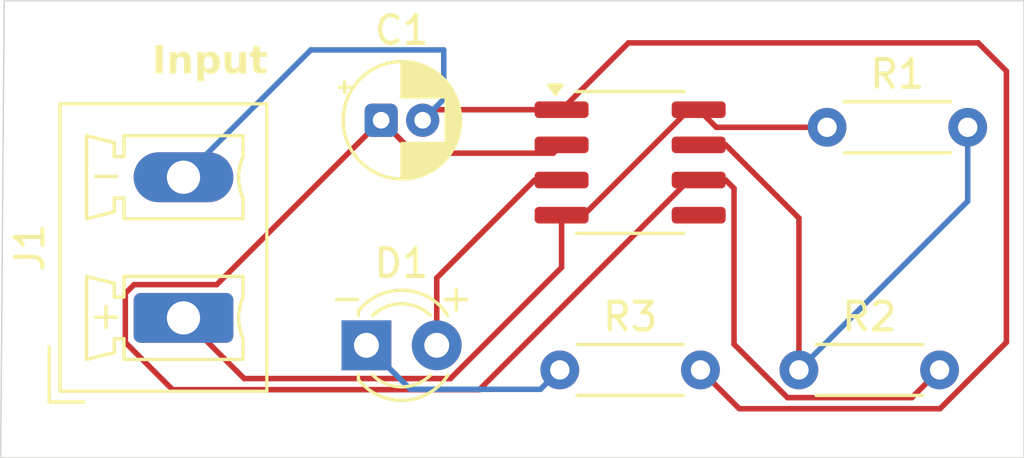
<source format=kicad_pcb>
(kicad_pcb (version 20241229) (generator "pcbnew") (generator_version "9.0")
  (layers (0 "F.Cu" signal) (2 "B.Cu" signal) (13 "F.Paste" user) (15 "B.Paste" user) (5 "F.SilkS" user "F.Silkscreen") (7 "B.SilkS" user "B.Silkscreen") (1 "F.Mask" user) (3 "B.Mask" user) (25 "Edge.Cuts" user))
  (net 0 "")
  (net 1 "Net-(J1-Pin_2)")
  (net 2 "Net-(U1-THR)")
  (net 3 "Net-(D1-K)")
  (net 4 "Net-(D1-A)")
  (net 5 "Net-(J1-Pin_1)")
  (net 6 "Net-(U1-DIS)")
  (footprint "Resistor_THT:R_Axial_DIN0204_L3.6mm_D1.6mm_P5.08mm_Horizontal" (layer "F.Cu") (at 181.229 64.135)
    (property "Reference" "R2" (at 2.54 -1.92 0) (layer "F.SilkS"))
    (property "Value" "R")
    (fp_line (start 0.62 -0.92) (end 4.46 -0.92) (stroke (width 0.12)) (layer "F.SilkS"))
    (fp_line (start 0.62 0.92) (end 4.46 0.92) (stroke (width 0.12)) (layer "F.SilkS"))
    (pad "1" thru_hole circle (at 0 0) (size 1.4 1.4) (drill 0.7) (layers "*.Cu" "*.Mask") (net 6 "Net-(U1-DIS)"))
    (pad "2" thru_hole circle (at 5.08 0) (size 1.4 1.4) (drill 0.7) (layers "*.Cu" "*.Mask") (net 2 "Net-(U1-THR)"))
  )
  (footprint "Capacitor_THT:CP_Radial_D4.0mm_P1.50mm" (layer "F.Cu") (at 166.14 55.118)
    (property "Reference" "C1" (at 0.75 -3.25 -0) (layer "F.SilkS"))
    (property "Value" "C")
    (fp_line (start -1.519801 -1.195) (end -1.119801 -1.195) (stroke (width 0.12)) (layer "F.SilkS"))
    (fp_line (start -1.319801 -1.395) (end -1.319801 -0.995) (stroke (width 0.12)) (layer "F.SilkS"))
    (fp_line (start 0.75 -2.08) (end 0.75 -0.84) (stroke (width 0.12)) (layer "F.SilkS"))
    (fp_line (start 0.75 0.84) (end 0.75 2.08) (stroke (width 0.12)) (layer "F.SilkS"))
    (fp_line (start 0.79 -2.08) (end 0.79 -0.84) (stroke (width 0.12)) (layer "F.SilkS"))
    (fp_line (start 0.79 0.84) (end 0.79 2.08) (stroke (width 0.12)) (layer "F.SilkS"))
    (fp_line (start 0.83 -2.078) (end 0.83 -0.84) (stroke (width 0.12)) (layer "F.SilkS"))
    (fp_line (start 0.83 0.84) (end 0.83 2.078) (stroke (width 0.12)) (layer "F.SilkS"))
    (fp_line (start 0.87 -2.077) (end 0.87 -0.84) (stroke (width 0.12)) (layer "F.SilkS"))
    (fp_line (start 0.87 0.84) (end 0.87 2.077) (stroke (width 0.12)) (layer "F.SilkS"))
    (fp_line (start 0.91 -2.074) (end 0.91 -0.84) (stroke (width 0.12)) (layer "F.SilkS"))
    (fp_line (start 0.91 0.84) (end 0.91 2.074) (stroke (width 0.12)) (layer "F.SilkS"))
    (fp_line (start 0.95 -2.071) (end 0.95 -0.84) (stroke (width 0.12)) (layer "F.SilkS"))
    (fp_line (start 0.95 0.84) (end 0.95 2.071) (stroke (width 0.12)) (layer "F.SilkS"))
    (fp_line (start 0.99 -2.066) (end 0.99 -0.84) (stroke (width 0.12)) (layer "F.SilkS"))
    (fp_line (start 0.99 0.84) (end 0.99 2.066) (stroke (width 0.12)) (layer "F.SilkS"))
    (fp_line (start 1.03 -2.061) (end 1.03 -0.84) (stroke (width 0.12)) (layer "F.SilkS"))
    (fp_line (start 1.03 0.84) (end 1.03 2.061) (stroke (width 0.12)) (layer "F.SilkS"))
    (fp_line (start 1.07 -2.056) (end 1.07 -0.84) (stroke (width 0.12)) (layer "F.SilkS"))
    (fp_line (start 1.07 0.84) (end 1.07 2.056) (stroke (width 0.12)) (layer "F.SilkS"))
    (fp_line (start 1.11 -2.049) (end 1.11 -0.84) (stroke (width 0.12)) (layer "F.SilkS"))
    (fp_line (start 1.11 0.84) (end 1.11 2.049) (stroke (width 0.12)) (layer "F.SilkS"))
    (fp_line (start 1.15 -2.042) (end 1.15 -0.84) (stroke (width 0.12)) (layer "F.SilkS"))
    (fp_line (start 1.15 0.84) (end 1.15 2.042) (stroke (width 0.12)) (layer "F.SilkS"))
    (fp_line (start 1.19 -2.034) (end 1.19 -0.84) (stroke (width 0.12)) (layer "F.SilkS"))
    (fp_line (start 1.19 0.84) (end 1.19 2.034) (stroke (width 0.12)) (layer "F.SilkS"))
    (fp_line (start 1.23 -2.025) (end 1.23 -0.84) (stroke (width 0.12)) (layer "F.SilkS"))
    (fp_line (start 1.23 0.84) (end 1.23 2.025) (stroke (width 0.12)) (layer "F.SilkS"))
    (fp_line (start 1.27 -2.015) (end 1.27 -0.84) (stroke (width 0.12)) (layer "F.SilkS"))
    (fp_line (start 1.27 0.84) (end 1.27 2.015) (stroke (width 0.12)) (layer "F.SilkS"))
    (fp_line (start 1.31 -2.005) (end 1.31 -0.84) (stroke (width 0.12)) (layer "F.SilkS"))
    (fp_line (start 1.31 0.84) (end 1.31 2.005) (stroke (width 0.12)) (layer "F.SilkS"))
    (fp_line (start 1.35 -1.993) (end 1.35 -0.84) (stroke (width 0.12)) (layer "F.SilkS"))
    (fp_line (start 1.35 0.84) (end 1.35 1.993) (stroke (width 0.12)) (layer "F.SilkS"))
    (fp_line (start 1.39 -1.981) (end 1.39 -0.84) (stroke (width 0.12)) (layer "F.SilkS"))
    (fp_line (start 1.39 0.84) (end 1.39 1.981) (stroke (width 0.12)) (layer "F.SilkS"))
    (fp_line (start 1.43 -1.968) (end 1.43 -0.84) (stroke (width 0.12)) (layer "F.SilkS"))
    (fp_line (start 1.43 0.84) (end 1.43 1.968) (stroke (width 0.12)) (layer "F.SilkS"))
    (fp_line (start 1.47 -1.954) (end 1.47 -0.84) (stroke (width 0.12)) (layer "F.SilkS"))
    (fp_line (start 1.47 0.84) (end 1.47 1.954) (stroke (width 0.12)) (layer "F.SilkS"))
    (fp_line (start 1.51 -1.939) (end 1.51 -0.84) (stroke (width 0.12)) (layer "F.SilkS"))
    (fp_line (start 1.51 0.84) (end 1.51 1.939) (stroke (width 0.12)) (layer "F.SilkS"))
    (fp_line (start 1.55 -1.923) (end 1.55 -0.84) (stroke (width 0.12)) (layer "F.SilkS"))
    (fp_line (start 1.55 0.84) (end 1.55 1.923) (stroke (width 0.12)) (layer "F.SilkS"))
    (fp_line (start 1.59 -1.906) (end 1.59 -0.84) (stroke (width 0.12)) (layer "F.SilkS"))
    (fp_line (start 1.59 0.84) (end 1.59 1.906) (stroke (width 0.12)) (layer "F.SilkS"))
    (fp_line (start 1.63 -1.889) (end 1.63 -0.84) (stroke (width 0.12)) (layer "F.SilkS"))
    (fp_line (start 1.63 0.84) (end 1.63 1.889) (stroke (width 0.12)) (layer "F.SilkS"))
    (fp_line (start 1.67 -1.87) (end 1.67 -0.84) (stroke (width 0.12)) (layer "F.SilkS"))
    (fp_line (start 1.67 0.84) (end 1.67 1.87) (stroke (width 0.12)) (layer "F.SilkS"))
    (fp_line (start 1.71 -1.85) (end 1.71 -0.84) (stroke (width 0.12)) (layer "F.SilkS"))
    (fp_line (start 1.71 0.84) (end 1.71 1.85) (stroke (width 0.12)) (layer "F.SilkS"))
    (fp_line (start 1.75 -1.829) (end 1.75 -0.84) (stroke (width 0.12)) (layer "F.SilkS"))
    (fp_line (start 1.75 0.84) (end 1.75 1.829) (stroke (width 0.12)) (layer "F.SilkS"))
    (fp_line (start 1.79 -1.807) (end 1.79 -0.84) (stroke (width 0.12)) (layer "F.SilkS"))
    (fp_line (start 1.79 0.84) (end 1.79 1.807) (stroke (width 0.12)) (layer "F.SilkS"))
    (fp_line (start 1.83 -1.784) (end 1.83 -0.84) (stroke (width 0.12)) (layer "F.SilkS"))
    (fp_line (start 1.83 0.84) (end 1.83 1.784) (stroke (width 0.12)) (layer "F.SilkS"))
    (fp_line (start 1.87 -1.76) (end 1.87 -0.84) (stroke (width 0.12)) (layer "F.SilkS"))
    (fp_line (start 1.87 0.84) (end 1.87 1.76) (stroke (width 0.12)) (layer "F.SilkS"))
    (fp_line (start 1.91 -1.734) (end 1.91 -0.84) (stroke (width 0.12)) (layer "F.SilkS"))
    (fp_line (start 1.91 0.84) (end 1.91 1.734) (stroke (width 0.12)) (layer "F.SilkS"))
    (fp_line (start 1.95 -1.708) (end 1.95 -0.84) (stroke (width 0.12)) (layer "F.SilkS"))
    (fp_line (start 1.95 0.84) (end 1.95 1.708) (stroke (width 0.12)) (layer "F.SilkS"))
    (fp_line (start 1.99 -1.68) (end 1.99 -0.84) (stroke (width 0.12)) (layer "F.SilkS"))
    (fp_line (start 1.99 0.84) (end 1.99 1.68) (stroke (width 0.12)) (layer "F.SilkS"))
    (fp_line (start 2.03 -1.65) (end 2.03 -0.84) (stroke (width 0.12)) (layer "F.SilkS"))
    (fp_line (start 2.03 0.84) (end 2.03 1.65) (stroke (width 0.12)) (layer "F.SilkS"))
    (fp_line (start 2.07 -1.619) (end 2.07 -0.84) (stroke (width 0.12)) (layer "F.SilkS"))
    (fp_line (start 2.07 0.84) (end 2.07 1.619) (stroke (width 0.12)) (layer "F.SilkS"))
    (fp_line (start 2.11 -1.586) (end 2.11 -0.84) (stroke (width 0.12)) (layer "F.SilkS"))
    (fp_line (start 2.11 0.84) (end 2.11 1.586) (stroke (width 0.12)) (layer "F.SilkS"))
    (fp_line (start 2.15 -1.552) (end 2.15 -0.84) (stroke (width 0.12)) (layer "F.SilkS"))
    (fp_line (start 2.15 0.84) (end 2.15 1.552) (stroke (width 0.12)) (layer "F.SilkS"))
    (fp_line (start 2.19 -1.516) (end 2.19 -0.84) (stroke (width 0.12)) (layer "F.SilkS"))
    (fp_line (start 2.19 0.84) (end 2.19 1.516) (stroke (width 0.12)) (layer "F.SilkS"))
    (fp_line (start 2.23 -1.478) (end 2.23 -0.84) (stroke (width 0.12)) (layer "F.SilkS"))
    (fp_line (start 2.23 0.84) (end 2.23 1.478) (stroke (width 0.12)) (layer "F.SilkS"))
    (fp_line (start 2.27 -1.438) (end 2.27 -0.84) (stroke (width 0.12)) (layer "F.SilkS"))
    (fp_line (start 2.27 0.84) (end 2.27 1.438) (stroke (width 0.12)) (layer "F.SilkS"))
    (fp_line (start 2.31 -1.396) (end 2.31 -0.84) (stroke (width 0.12)) (layer "F.SilkS"))
    (fp_line (start 2.31 0.84) (end 2.31 1.396) (stroke (width 0.12)) (layer "F.SilkS"))
    (fp_line (start 2.35 -1.351) (end 2.35 1.351) (stroke (width 0.12)) (layer "F.SilkS"))
    (fp_line (start 2.39 -1.303) (end 2.39 1.303) (stroke (width 0.12)) (layer "F.SilkS"))
    (fp_line (start 2.43 -1.253) (end 2.43 1.253) (stroke (width 0.12)) (layer "F.SilkS"))
    (fp_line (start 2.47 -1.199) (end 2.47 1.199) (stroke (width 0.12)) (layer "F.SilkS"))
    (fp_line (start 2.51 -1.142) (end 2.51 1.142) (stroke (width 0.12)) (layer "F.SilkS"))
    (fp_line (start 2.55 -1.08) (end 2.55 1.08) (stroke (width 0.12)) (layer "F.SilkS"))
    (fp_line (start 2.59 -1.013) (end 2.59 1.013) (stroke (width 0.12)) (layer "F.SilkS"))
    (fp_line (start 2.63 -0.94) (end 2.63 0.94) (stroke (width 0.12)) (layer "F.SilkS"))
    (fp_line (start 2.67 -0.859) (end 2.67 0.859) (stroke (width 0.12)) (layer "F.SilkS"))
    (fp_line (start 2.71 -0.768) (end 2.71 0.768) (stroke (width 0.12)) (layer "F.SilkS"))
    (fp_line (start 2.75 -0.663) (end 2.75 0.663) (stroke (width 0.12)) (layer "F.SilkS"))
    (fp_line (start 2.79 -0.537) (end 2.79 0.537) (stroke (width 0.12)) (layer "F.SilkS"))
    (fp_line (start 2.83 -0.37) (end 2.83 0.37) (stroke (width 0.12)) (layer "F.SilkS"))
    (fp_circle (center 0.75 0) (end 2.87 0) (stroke (width 0.12)) (fill no) (layer "F.SilkS"))
    (pad "1" thru_hole roundrect (at 0 0) (size 1.2 1.2) (drill 0.6) (layers "*.Cu" "*.Mask") (roundrect_rratio 0.208333) (net 2 "Net-(U1-THR)"))
    (pad "2" thru_hole circle (at 1.5 0) (size 1.2 1.2) (drill 0.6) (layers "*.Cu" "*.Mask") (net 1 "Net-(J1-Pin_2)"))
  )
  (footprint "Package_SO:SOIC-8_3.9x4.9mm_P1.27mm" (layer "F.Cu") (at 175.133 56.642)
    (property "Reference" "U1" (hide yes))
    (property "Value" "LM555xM")
    (fp_line (start 0 -2.56) (end -1.95 -2.56) (stroke (width 0.12)) (layer "F.SilkS"))
    (fp_line (start 0 -2.56) (end 1.95 -2.56) (stroke (width 0.12)) (layer "F.SilkS"))
    (fp_line (start 0 2.56) (end -1.95 2.56) (stroke (width 0.12)) (layer "F.SilkS"))
    (fp_line (start 0 2.56) (end 1.95 2.56) (stroke (width 0.12)) (layer "F.SilkS"))
    (fp_poly (pts (xy -2.7 -2.465) (xy -2.94 -2.795) (xy -2.46 -2.795)) (stroke (width 0.12)) (fill yes) (layer "F.SilkS"))
    (pad "1" smd roundrect (at -2.475 -1.905) (size 1.95 0.6) (layers "F.Cu" "F.Mask" "F.Paste") (net 1 "Net-(J1-Pin_2)"))
    (pad "2" smd roundrect (at -2.475 -0.635) (size 1.95 0.6) (layers "F.Cu" "F.Mask" "F.Paste") (net 2 "Net-(U1-THR)"))
    (pad "3" smd roundrect (at -2.475 0.635) (size 1.95 0.6) (layers "F.Cu" "F.Mask" "F.Paste") (net 4 "Net-(D1-A)"))
    (pad "4" smd roundrect (at -2.475 1.905) (size 1.95 0.6) (layers "F.Cu" "F.Mask" "F.Paste") (net 5 "Net-(J1-Pin_1)"))
    (pad "5" smd roundrect (at 2.475 1.905) (size 1.95 0.6) (layers "F.Cu" "F.Mask" "F.Paste"))
    (pad "6" smd roundrect (at 2.475 0.635) (size 1.95 0.6) (layers "F.Cu" "F.Mask" "F.Paste") (net 2 "Net-(U1-THR)"))
    (pad "7" smd roundrect (at 2.475 -0.635) (size 1.95 0.6) (layers "F.Cu" "F.Mask" "F.Paste") (net 6 "Net-(U1-DIS)"))
    (pad "8" smd roundrect (at 2.475 -1.905) (size 1.95 0.6) (layers "F.Cu" "F.Mask" "F.Paste") (net 5 "Net-(J1-Pin_1)"))
  )
  (footprint "Resistor_THT:R_Axial_DIN0204_L3.6mm_D1.6mm_P5.08mm_Horizontal" (layer "F.Cu") (at 182.245 55.372)
    (property "Reference" "R1" (at 2.54 -1.92 0) (layer "F.SilkS"))
    (property "Value" "R")
    (fp_line (start 0.62 -0.92) (end 4.46 -0.92) (stroke (width 0.12)) (layer "F.SilkS"))
    (fp_line (start 0.62 0.92) (end 4.46 0.92) (stroke (width 0.12)) (layer "F.SilkS"))
    (pad "1" thru_hole circle (at 0 0) (size 1.4 1.4) (drill 0.7) (layers "*.Cu" "*.Mask") (net 5 "Net-(J1-Pin_1)"))
    (pad "2" thru_hole circle (at 5.08 0) (size 1.4 1.4) (drill 0.7) (layers "*.Cu" "*.Mask") (net 6 "Net-(U1-DIS)"))
  )
  (footprint "LED_THT:LED_D3.0mm" (layer "F.Cu") (at 165.608 63.246)
    (property "Reference" "D1" (at 1.27 -2.96 0) (layer "F.SilkS"))
    (property "Value" "LED")
    (fp_line (start -0.29 -1.236) (end -0.29 -1.08) (stroke (width 0.12)) (layer "F.SilkS"))
    (fp_line (start -0.29 1.08) (end -0.29 1.236) (stroke (width 0.12)) (layer "F.SilkS"))
    (fp_arc (start -0.29 -1.235516) (mid 1.36566 -1.987699) (end 2.941437 -1.08) (stroke (width 0.12)) (layer "F.SilkS"))
    (fp_arc (start 0.229039 -1.08) (mid 1.27 -1.5) (end 2.310961 -1.08) (stroke (width 0.12)) (layer "F.SilkS"))
    (fp_arc (start 2.310961 1.08) (mid 1.27 1.5) (end 0.229039 1.08) (stroke (width 0.12)) (layer "F.SilkS"))
    (fp_arc (start 2.941437 1.08) (mid 1.36566 1.987699) (end -0.29 1.235516) (stroke (width 0.12)) (layer "F.SilkS"))
    (pad "1" thru_hole rect (at 0 0) (size 1.8 1.8) (drill 0.9) (layers "*.Cu" "*.Mask") (net 3 "Net-(D1-K)"))
    (pad "2" thru_hole circle (at 2.54 0) (size 1.8 1.8) (drill 0.9) (layers "*.Cu" "*.Mask") (net 4 "Net-(D1-A)"))
  )
  (footprint "Connector_Phoenix_MC_HighVoltage:PhoenixContact_MCV_1,5_2-G-5.08_1x02_P5.08mm_Vertical" (layer "F.Cu") (at 159.002 62.256 90)
    (property "Reference" "J1" (at 2.54 -5.55 90) (layer "F.SilkS"))
    (property "Value" "Screw_Terminal")
    (fp_line (start -3.04 -4.85) (end -1.04 -4.85) (stroke (width 0.12)) (layer "F.SilkS"))
    (fp_line (start 7.73 -4.46) (end -2.65 -4.46) (stroke (width 0.12)) (layer "F.SilkS"))
    (fp_line (start -2.65 -4.46) (end -2.65 3.01) (stroke (width 0.12)) (layer "F.SilkS"))
    (fp_line (start -3.04 -3.6) (end -3.04 -4.85) (stroke (width 0.12)) (layer "F.SilkS"))
    (fp_line (start 6.58 -3.5) (end 6.33 -2.5) (stroke (width 0.12)) (layer "F.SilkS"))
    (fp_line (start 3.58 -3.5) (end 6.58 -3.5) (stroke (width 0.12)) (layer "F.SilkS"))
    (fp_line (start 1.5 -3.5) (end 1.25 -2.5) (stroke (width 0.12)) (layer "F.SilkS"))
    (fp_line (start -1.5 -3.5) (end 1.5 -3.5) (stroke (width 0.12)) (layer "F.SilkS"))
    (fp_line (start 6.33 -2.5) (end 5.83 -2.5) (stroke (width 0.12)) (layer "F.SilkS"))
    (fp_line (start 5.83 -2.5) (end 5.83 -2.15) (stroke (width 0.12)) (layer "F.SilkS"))
    (fp_line (start 4.33 -2.5) (end 3.83 -2.5) (stroke (width 0.12)) (layer "F.SilkS"))
    (fp_line (start 3.83 -2.5) (end 3.58 -3.5) (stroke (width 0.12)) (layer "F.SilkS"))
    (fp_line (start 1.25 -2.5) (end 0.75 -2.5) (stroke (width 0.12)) (layer "F.SilkS"))
    (fp_line (start 0.75 -2.5) (end 0.75 -2.15) (stroke (width 0.12)) (layer "F.SilkS"))
    (fp_line (start -0.75 -2.5) (end -1.25 -2.5) (stroke (width 0.12)) (layer "F.SilkS"))
    (fp_line (start -1.25 -2.5) (end -1.5 -3.5) (stroke (width 0.12)) (layer "F.SilkS"))
    (fp_line (start 6.58 -2.15) (end 6.58 2.15) (stroke (width 0.12)) (layer "F.SilkS"))
    (fp_line (start 5.83 -2.15) (end 6.58 -2.15) (stroke (width 0.12)) (layer "F.SilkS"))
    (fp_line (start 4.33 -2.15) (end 4.33 -2.5) (stroke (width 0.12)) (layer "F.SilkS"))
    (fp_line (start 3.58 -2.15) (end 4.33 -2.15) (stroke (width 0.12)) (layer "F.SilkS"))
    (fp_line (start 1.5 -2.15) (end 1.5 2.15) (stroke (width 0.12)) (layer "F.SilkS"))
    (fp_line (start 0.75 -2.15) (end 1.5 -2.15) (stroke (width 0.12)) (layer "F.SilkS"))
    (fp_line (start -0.75 -2.15) (end -0.75 -2.5) (stroke (width 0.12)) (layer "F.SilkS"))
    (fp_line (start -1.5 -2.15) (end -0.75 -2.15) (stroke (width 0.12)) (layer "F.SilkS"))
    (fp_line (start 6.58 2.15) (end 5.83 2.15) (stroke (width 0.12)) (layer "F.SilkS"))
    (fp_line (start 4.33 2.15) (end 3.58 2.15) (stroke (width 0.12)) (layer "F.SilkS"))
    (fp_line (start 3.58 2.15) (end 3.58 -2.15) (stroke (width 0.12)) (layer "F.SilkS"))
    (fp_line (start 1.5 2.15) (end 0.75 2.15) (stroke (width 0.12)) (layer "F.SilkS"))
    (fp_line (start -0.75 2.15) (end -1.5 2.15) (stroke (width 0.12)) (layer "F.SilkS"))
    (fp_line (start -1.5 2.15) (end -1.5 -2.15) (stroke (width 0.12)) (layer "F.SilkS"))
    (fp_line (start 7.73 3.01) (end 7.73 -4.46) (stroke (width 0.12)) (layer "F.SilkS"))
    (fp_line (start -2.65 3.01) (end 7.73 3.01) (stroke (width 0.12)) (layer "F.SilkS"))
    (fp_arc (start 4.33 2.15) (mid 5.079807 1.99191) (end 5.829647 2.149844) (stroke (width 0.12)) (layer "F.SilkS"))
    (fp_arc (start -0.75 2.15) (mid -0.000193 1.99191) (end 0.749647 2.149844) (stroke (width 0.12)) (layer "F.SilkS"))
    (pad "1" thru_hole roundrect (at 0 0 90) (size 1.8 3.6) (drill 1.2) (layers "*.Cu" "*.Mask") (roundrect_rratio 0.138889) (net 5 "Net-(J1-Pin_1)"))
    (pad "2" thru_hole oval (at 5.08 0 90) (size 1.8 3.6) (drill 1.2) (layers "*.Cu" "*.Mask") (net 1 "Net-(J1-Pin_2)"))
  )
  (footprint "Resistor_THT:R_Axial_DIN0204_L3.6mm_D1.6mm_P5.08mm_Horizontal" (layer "F.Cu") (at 172.593 64.135)
    (property "Reference" "R3" (at 2.54 -1.92 0) (layer "F.SilkS"))
    (property "Value" "R")
    (fp_line (start 0.62 -0.92) (end 4.46 -0.92) (stroke (width 0.12)) (layer "F.SilkS"))
    (fp_line (start 0.62 0.92) (end 4.46 0.92) (stroke (width 0.12)) (layer "F.SilkS"))
    (pad "1" thru_hole circle (at 0 0) (size 1.4 1.4) (drill 0.7) (layers "*.Cu" "*.Mask") (net 3 "Net-(D1-K)"))
    (pad "2" thru_hole circle (at 5.08 0) (size 1.4 1.4) (drill 0.7) (layers "*.Cu" "*.Mask") (net 1 "Net-(J1-Pin_2)"))
  )
  (gr_line (start 152.527 50.8) (end 189.357 50.8) (stroke (width 0.05)) (layer "Edge.Cuts"))
  (gr_line (start 189.357 50.8) (end 189.357 67.31) (stroke (width 0.05)) (layer "Edge.Cuts"))
  (gr_line (start 189.357 67.31) (end 152.4 67.31) (stroke (width 0.05)) (layer "Edge.Cuts"))
  (gr_line (start 152.4 67.31) (end 152.527 50.8) (stroke (width 0.05)) (layer "Edge.Cuts"))
  (gr_text "-" (at 164.211 62.103 0) (layer "F.SilkS") (effects (font (size 1 1) (thickness 0.125)) (justify left bottom)))
  (gr_text "-" (at 155.502 57.658 0) (layer "F.SilkS") (effects (font (size 1 1) (thickness 0.125)) (justify left bottom)))
  (gr_text "+" (at 168.148 62.103 0) (layer "F.SilkS") (effects (font (size 1 1) (thickness 0.125)) (justify left bottom)))
  (gr_text "+" (at 155.502 62.738 0) (layer "F.SilkS") (effects (font (size 1 1) (thickness 0.125)) (justify left bottom)))
  (gr_text "Input" (at 157.861 53.594 0) (layer "F.SilkS") (effects (font (size 1 1) (thickness 0.125) (bold yes)) (justify left bottom)))
  (segment (start 177.673 64.135) (end 179.075 65.537) (width 0.2) (layer "F.Cu") (net 1))
  (segment (start 187.706 52.324) (end 175.071 52.324) (width 0.2) (layer "F.Cu") (net 1))
  (segment (start 188.722 63.137628) (end 188.722 53.34) (width 0.2) (layer "F.Cu") (net 1))
  (segment (start 167.9499 54.737) (end 167.60445 55.08245) (width 0.2) (layer "F.Cu") (net 1))
  (segment (start 186.322628 65.537) (end 188.722 63.137628) (width 0.2) (layer "F.Cu") (net 1))
  (segment (start 179.075 65.537) (end 186.322628 65.537) (width 0.2) (layer "F.Cu") (net 1))
  (segment (start 175.071 52.324) (end 172.658 54.737) (width 0.2) (layer "F.Cu") (net 1))
  (segment (start 172.658 54.737) (end 167.9499 54.737) (width 0.2) (layer "F.Cu") (net 1))
  (segment (start 188.722 53.34) (end 187.706 52.324) (width 0.2) (layer "F.Cu") (net 1))
  (segment (start 168.402 52.578) (end 168.402 54.356) (width 0.2) (layer "B.Cu") (net 1))
  (segment (start 163.6 52.578) (end 168.402 52.578) (width 0.2) (layer "B.Cu") (net 1))
  (segment (start 159.002 57.176) (end 163.6 52.578) (width 0.2) (layer "B.Cu") (net 1))
  (segment (start 168.402 54.356) (end 167.64 55.118) (width 0.2) (layer "B.Cu") (net 1))
  (segment (start 157.21684 61.055) (end 160.203 61.055) (width 0.2) (layer "F.Cu") (net 2))
  (segment (start 178.884 63.205628) (end 178.884 57.578001) (width 0.2) (layer "F.Cu") (net 2))
  (segment (start 160.203 61.055) (end 166.14 55.118) (width 0.2) (layer "F.Cu") (net 2))
  (segment (start 167.329 56.307) (end 172.358 56.307) (width 0.2) (layer "F.Cu") (net 2))
  (segment (start 185.308 65.136) (end 180.814372 65.136) (width 0.2) (layer "F.Cu") (net 2))
  (segment (start 177.608 57.277) (end 177.261032 57.277) (width 0.2) (layer "F.Cu") (net 2))
  (segment (start 172.358 56.307) (end 172.658 56.007) (width 0.2) (layer "F.Cu") (net 2))
  (segment (start 186.309 64.135) (end 185.308 65.136) (width 0.2) (layer "F.Cu") (net 2))
  (segment (start 169.690032 64.848) (end 158.60784 64.848) (width 0.2) (layer "F.Cu") (net 2))
  (segment (start 156.901 61.37084) (end 157.21684 61.055) (width 0.2) (layer "F.Cu") (net 2))
  (segment (start 177.261032 57.277) (end 169.690032 64.848) (width 0.2) (layer "F.Cu") (net 2))
  (segment (start 158.60784 64.848) (end 156.901 63.14116) (width 0.2) (layer "F.Cu") (net 2))
  (segment (start 178.884 57.578001) (end 178.582999 57.277) (width 0.2) (layer "F.Cu") (net 2))
  (segment (start 178.582999 57.277) (end 177.608 57.277) (width 0.2) (layer "F.Cu") (net 2))
  (segment (start 166.14 55.118) (end 167.329 56.307) (width 0.2) (layer "F.Cu") (net 2))
  (segment (start 180.814372 65.136) (end 178.884 63.205628) (width 0.2) (layer "F.Cu") (net 2))
  (segment (start 156.901 63.14116) (end 156.901 61.37084) (width 0.2) (layer "F.Cu") (net 2))
  (segment (start 165.608 63.246) (end 167.197 64.835) (width 0.2) (layer "B.Cu") (net 3))
  (segment (start 171.893 64.835) (end 172.593 64.135) (width 0.2) (layer "B.Cu") (net 3))
  (segment (start 167.197 64.835) (end 171.893 64.835) (width 0.2) (layer "B.Cu") (net 3))
  (segment (start 171.683001 57.277) (end 172.658 57.277) (width 0.2) (layer "F.Cu") (net 4))
  (segment (start 168.148 63.246) (end 168.148 60.812001) (width 0.2) (layer "F.Cu") (net 4))
  (segment (start 168.148 60.812001) (end 171.683001 57.277) (width 0.2) (layer "F.Cu") (net 4))
  (segment (start 161.193 64.447) (end 168.645471 64.447) (width 0.2) (layer "F.Cu") (net 5))
  (segment (start 172.658 58.547) (end 173.451032 58.547) (width 0.2) (layer "F.Cu") (net 5))
  (segment (start 177.261032 54.737) (end 177.608 54.737) (width 0.2) (layer "F.Cu") (net 5))
  (segment (start 178.243 55.372) (end 177.608 54.737) (width 0.2) (layer "F.Cu") (net 5))
  (segment (start 168.645471 64.447) (end 172.658 60.434471) (width 0.2) (layer "F.Cu") (net 5))
  (segment (start 159.002 62.256) (end 161.193 64.447) (width 0.2) (layer "F.Cu") (net 5))
  (segment (start 182.245 55.372) (end 178.243 55.372) (width 0.2) (layer "F.Cu") (net 5))
  (segment (start 172.658 60.434471) (end 172.658 58.547) (width 0.2) (layer "F.Cu") (net 5))
  (segment (start 173.451032 58.547) (end 177.261032 54.737) (width 0.2) (layer "F.Cu") (net 5))
  (segment (start 178.582999 56.007) (end 177.608 56.007) (width 0.2) (layer "F.Cu") (net 6))
  (segment (start 181.229 58.653001) (end 178.582999 56.007) (width 0.2) (layer "F.Cu") (net 6))
  (segment (start 181.229 64.135) (end 181.229 58.653001) (width 0.2) (layer "F.Cu") (net 6))
  (segment (start 187.325 58.039) (end 181.229 64.135) (width 0.2) (layer "B.Cu") (net 6))
  (segment (start 187.325 55.372) (end 187.325 58.039) (width 0.2) (layer "B.Cu") (net 6))
)
</source>
